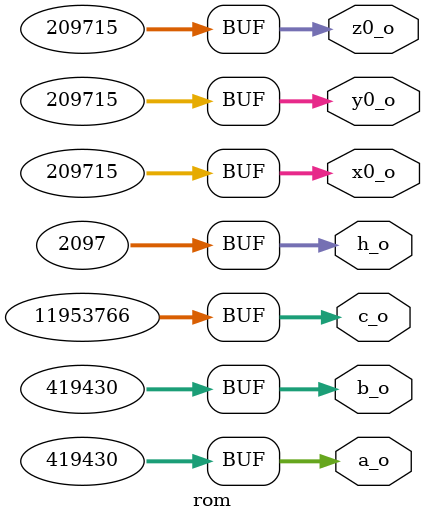
<source format=v>
module rom #(
  parameter Width = 32
) (
  output [Width-1:0] a_o,
  output [Width-1:0] b_o,
  output [Width-1:0] c_o,
  output [Width-1:0] h_o,
  output [Width-1:0] x0_o,
  output [Width-1:0] y0_o,
  output [Width-1:0] z0_o
);

  assign     a_o = 32'b00000000000001100110011001100110; //    0.1999998092651367187500000
  assign     b_o = 32'b00000000000001100110011001100110; //    0.1999998092651367187500000
  assign     c_o = 32'b00000000101101100110011001100110; //    5.6999998092651367187500000
  assign     h_o = 32'b00000000000000000000100000110001; //    0.0009999275207519531250000
  assign    x0_o = 32'b00000000000000110011001100110011; //    0.0999999046325683593750000
  assign    y0_o = 32'b00000000000000110011001100110011; //    0.0999999046325683593750000
  assign    z0_o = 32'b00000000000000110011001100110011; //    0.0999999046325683593750000 

endmodule

</source>
